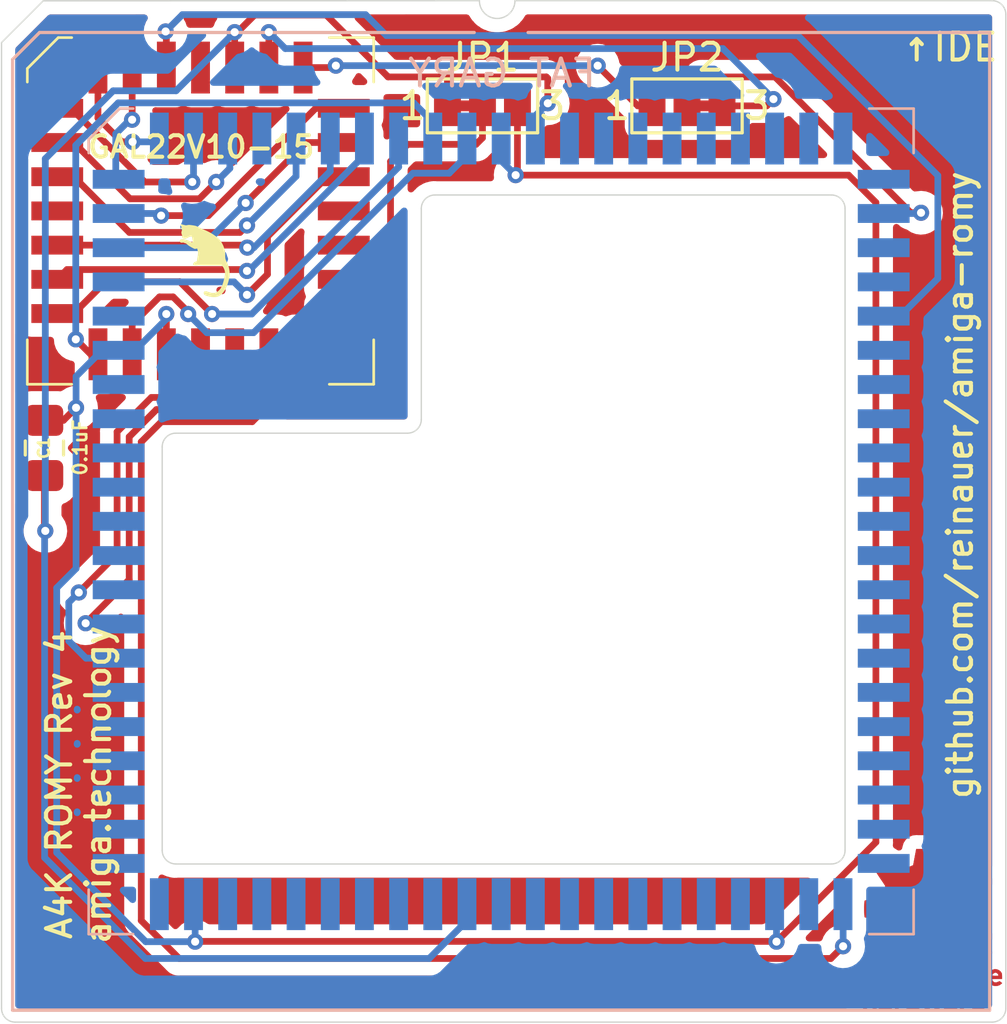
<source format=kicad_pcb>
(kicad_pcb (version 20210228) (generator pcbnew)
  (layers (0 "F.Cu" signal) (31 "B.Cu" signal) (34 "B.Paste" user) (35 "F.Paste" user) (36 "B.SilkS" user "B.Silkscreen") (37 "F.SilkS" user "F.Silkscreen") (38 "B.Mask" user) (39 "F.Mask" user) (44 "Edge.Cuts" user))
  (net 0 "")
  (net 1 "Net-(C1-Pad2)")
  (net 2 "Net-(C1-Pad1)")
  (net 3 "Net-(IC1-Pad25)")
  (net 4 "Net-(IC1-Pad24)")
  (net 5 "Net-(IC1-Pad23)")
  (net 6 "Net-(IC1-Pad22)")
  (net 7 "Net-(IC1-Pad21)")
  (net 8 "Net-(IC1-Pad20)")
  (net 9 "Net-(IC1-Pad19)")
  (net 10 "Net-(IC1-Pad18)")
  (net 11 "Net-(IC1-Pad17)")
  (net 12 "Net-(IC1-Pad16)")
  (net 13 "Net-(IC1-Pad15)")
  (net 14 "Net-(IC1-Pad13)")
  (net 15 "Net-(IC1-Pad12)")
  (net 16 "Net-(IC1-Pad11)")
  (net 17 "Net-(IC1-Pad10)")
  (net 18 "Net-(IC1-Pad9)")
  (net 19 "Net-(IC1-Pad8)")
  (net 20 "Net-(IC1-Pad7)")
  (net 21 "Net-(IC1-Pad6)")
  (net 22 "Net-(IC1-Pad5)")
  (net 23 "Net-(IC1-Pad26)")
  (net 24 "Net-(IC1-Pad27)")
  (net 25 "Net-(IC1-Pad4)")
  (net 26 "Net-(IC1-Pad3)")
  (net 27 "Net-(IC1-Pad2)")
  (net 28 "Net-(IC1-Pad1)")
  (net 29 "Net-(IC2-Pad74)")
  (net 30 "Net-(IC2-Pad73)")
  (net 31 "Net-(IC2-Pad72)")
  (net 32 "Net-(IC2-Pad71)")
  (net 33 "Net-(IC2-Pad69)")
  (net 34 "Net-(IC2-Pad68)")
  (net 35 "Net-(IC2-Pad67)")
  (net 36 "Net-(IC2-Pad66)")
  (net 37 "Net-(IC2-Pad65)")
  (net 38 "Net-(IC2-Pad64)")
  (net 39 "Net-(IC2-Pad63)")
  (net 40 "Net-(IC2-Pad62)")
  (net 41 "Net-(IC2-Pad61)")
  (net 42 "Net-(IC2-Pad60)")
  (net 43 "Net-(IC2-Pad59)")
  (net 44 "Net-(IC2-Pad58)")
  (net 45 "Net-(IC2-Pad57)")
  (net 46 "Net-(IC2-Pad56)")
  (net 47 "Net-(IC2-Pad55)")
  (net 48 "Net-(IC2-Pad54)")
  (net 49 "Net-(IC2-Pad52)")
  (net 50 "Net-(IC2-Pad50)")
  (net 51 "Net-(IC2-Pad49)")
  (net 52 "Net-(IC2-Pad48)")
  (net 53 "Net-(IC2-Pad47)")
  (net 54 "Net-(IC2-Pad46)")
  (net 55 "Net-(IC2-Pad45)")
  (net 56 "Net-(IC2-Pad44)")
  (net 57 "Net-(IC2-Pad43)")
  (net 58 "Net-(IC2-Pad41)")
  (net 59 "Net-(IC2-Pad40)")
  (net 60 "Net-(IC2-Pad39)")
  (net 61 "Net-(IC2-Pad38)")
  (net 62 "Net-(IC2-Pad37)")
  (net 63 "Net-(IC2-Pad36)")
  (net 64 "Net-(IC2-Pad35)")
  (net 65 "Net-(IC2-Pad33)")
  (net 66 "Net-(IC2-Pad32)")
  (net 67 "Net-(IC2-Pad31)")
  (net 68 "Net-(IC2-Pad30)")
  (net 69 "Net-(IC2-Pad29)")
  (net 70 "Net-(IC2-Pad28)")
  (net 71 "Net-(IC2-Pad27)")
  (net 72 "Net-(IC2-Pad24)")
  (net 73 "Net-(IC2-Pad23)")
  (net 74 "Net-(IC2-Pad22)")
  (net 75 "Net-(IC2-Pad21)")
  (net 76 "Net-(IC2-Pad20)")
  (net 77 "Net-(IC2-Pad19)")
  (net 78 "Net-(IC2-Pad18)")
  (net 79 "Net-(IC2-Pad16)")
  (net 80 "Net-(IC2-Pad75)")
  (net 81 "Net-(IC2-Pad76)")
  (net 82 "Net-(IC2-Pad77)")
  (net 83 "Net-(IC2-Pad78)")
  (net 84 "Net-(IC2-Pad79)")
  (net 85 "Net-(IC2-Pad80)")
  (net 86 "Net-(IC2-Pad81)")
  (net 87 "Net-(IC2-Pad82)")
  (net 88 "Net-(IC2-Pad83)")
  (net 89 "Net-(IC2-Pad8)")
  (footprint "Capacitor_SMD:C_0805_2012Metric_Pad1.15x1.40mm_HandSolder" (layer "F.Cu") (at 73.5 67.025 -90)
    (fp_text reference "C1")
    (fp_text value "0.1uF")
  )
  (footprint "PLCC:PLCC-28" (layer "F.Cu") (at 79.3 58.225)
    (fp_text reference "GAL22V10-15")
    (fp_text value "GAL22V10")
  )
  (footprint "Amiga:SolderJumper-3_P1.3mm_Closed_12_Pad1.0x1.5mm_NumberLabels" (layer "F.Cu") (at 89.775 54.325)
    (fp_text reference "JP1")
    (fp_text value "SolderJumper_3_Open")
  )
  (footprint "Amiga:SolderJumper-3_P1.3mm_Closed_23_Pad1.0x1.5mm_NumberLabels" (layer "F.Cu") (at 97.375 54.325)
    (fp_text reference "JP2")
    (fp_text value "SolderJumper_3_Open")
  )
  (footprint "Symbol:OSHW-Logo_5.7x6mm_Copper" (layer "F.Cu") (at 106.2 84.925)
    (fp_text reference "REF**" hide)
    (fp_text value "OSHW-Logo_5.7x6mm_Copper" hide)
  )
  (footprint "amiga-romy:PLCC-84_SMD-Socket_mirrored" (layer "B.Cu") (at 90.47 69.225 180)
    (fp_text reference "FAT GARY")
    (fp_text value "FAT_GARY")
  )
  (gr_poly (pts (xy 78.55964 58.719675) (xy 78.559336 58.720076) (xy 78.55906 58.720525) (xy 78.55881 58.72102) (xy 78.558587 58.721561) (xy 78.558391 58.722147) (xy 78.558222 58.722777) (xy 78.55808 58.72345) (xy 78.557963 58.724166) (xy 78.55781 58.725721) (xy 78.557761 58.727436) (xy 78.557816 58.729303) (xy 78.557973 58.731316) (xy 78.558232 58.733468) (xy 78.558592 58.735752) (xy 78.559052 58.738162) (xy 78.55961 58.740689) (xy 78.560267 58.743329) (xy 78.561021 58.746073) (xy 78.56187 58.748915) (xy 78.562815 58.751848) (xy 78.56394 58.75479) (xy 78.565818 58.759187) (xy 78.568352 58.76483) (xy 78.571441 58.771507) (xy 78.574986 58.779007) (xy 78.578889 58.78712) (xy 78.587369 58.804342) (xy 78.595425 58.820693) (xy 78.601974 58.834186) (xy 78.606299 58.843394) (xy 78.607406 58.845944) (xy 78.607656 58.846627) (xy 78.607689 58.846886) (xy 78.607509 58.846976) (xy 78.607136 58.847083) (xy 78.60658 58.847208) (xy 78.60585 58.847349) (xy 78.603908 58.847675) (xy 78.601391 58.848051) (xy 78.598378 58.848466) (xy 78.594949 58.848911) (xy 78.591182 58.849375) (xy 78.587157 58.84985) (xy 78.582971 58.850341) (xy 78.579142 58.850866) (xy 78.575663 58.851425) (xy 78.572529 58.852023) (xy 78.569733 58.852661) (xy 78.56727 58.853344) (xy 78.565133 58.854072) (xy 78.563318 58.85485) (xy 78.561817 58.855681) (xy 78.560626 58.856566) (xy 78.560145 58.85703) (xy 78.559738 58.857508) (xy 78.559406 58.858002) (xy 78.559147 58.858512) (xy 78.558962 58.859037) (xy 78.558848 58.859578) (xy 78.558806 58.860136) (xy 78.558834 58.860711) (xy 78.558933 58.861302) (xy 78.5591 58.861912) (xy 78.55964 58.863185) (xy 78.560721 58.86483) (xy 78.562416 58.866949) (xy 78.564664 58.869487) (xy 78.567402 58.872386) (xy 78.570572 58.87559) (xy 78.57411 58.879042) (xy 78.58205 58.886468) (xy 78.590735 58.894211) (xy 78.599675 58.901821) (xy 78.604088 58.905434) (xy 78.608382 58.908844) (xy 78.612495 58.911996) (xy 78.616367 58.914831) (xy 78.616383 58.915123) (xy 78.616276 58.915825) (xy 78.615719 58.918374) (xy 78.614745 58.922306) (xy 78.613404 58.927452) (xy 78.609818 58.940698) (xy 78.60536 58.956742) (xy 78.600442 58.974154) (xy 78.595862 58.991111) (xy 78.592114 59.005646) (xy 78.589697 59.015796) (xy 78.588586 59.021611) (xy 78.58815 59.024067) (xy 78.587795 59.026281) (xy 78.58752 59.028299) (xy 78.587327 59.030166) (xy 78.587214 59.031928) (xy 78.587183 59.033629) (xy 78.587234 59.035316) (xy 78.587367 59.037033) (xy 78.587583 59.038826) (xy 78.587881 59.04074) (xy 78.588263 59.04282) (xy 78.588727 59.045111) (xy 78.589909 59.05051) (xy 78.590948 59.05461) (xy 78.592432 59.059936) (xy 78.596444 59.07337) (xy 78.601368 59.089027) (xy 78.60663 59.10512) (xy 78.619542 59.14322) (xy 78.619542 59.176451) (xy 78.619754 59.209683) (xy 78.62822 59.218573) (xy 78.629214 59.219561) (xy 78.630439 59.220689) (xy 78.633512 59.223319) (xy 78.637299 59.226361) (xy 78.641661 59.229712) (xy 78.64646 59.233272) (xy 78.651556 59.236938) (xy 78.656812 59.24061) (xy 78.662087 59.244185) (xy 78.687487 59.261118) (xy 78.715004 59.259637) (xy 78.722258 59.259152) (xy 78.729237 59.258471) (xy 78.736026 59.25756) (xy 78.742712 59.256385) (xy 78.74938 59.254915) (xy 78.756117 59.253114) (xy 78.763009 59.250951) (xy 78.770143 59.248392) (xy 78.777603 59.245403) (xy 78.785478 59.241953) (xy 78.793852 59.238007) (xy 78.802812 59.233532) (xy 78.812444 59.228496) (xy 78.822835 59.222864) (xy 78.846237 59.209683) (xy 78.856875 59.203789) (xy 78.866613 59.198726) (xy 78.871241 59.196468) (xy 78.875761 59.194372) (xy 78.88021 59.192424) (xy 78.884628 59.190607) (xy 78.889053 59.188906) (xy 78.893525 59.187307) (xy 78.898081 59.185794) (xy 78.902762 59.184353) (xy 78.912648 59.181621) (xy 78.923495 59.178992) (xy 78.933794 59.176829) (xy 78.938465 59.175973) (xy 78.942826 59.175267) (xy 78.946886 59.174713) (xy 78.950653 59.174311) (xy 78.954133 59.174061) (xy 78.957335 59.173964) (xy 78.960267 59.174021) (xy 78.962937 59.174233) (xy 78.965351 59.1746) (xy 78.967519 59.175122) (xy 78.969447 59.1758) (xy 78.971143 59.176636) (xy 78.972615 59.177629) (xy 78.973872 59.17878) (xy 78.975779 59.180989) (xy 78.977612 59.18349) (xy 78.979371 59.18628) (xy 78.981055 59.189356) (xy 78.982665 59.192718) (xy 78.9842 59.196364) (xy 78.985661 59.200291) (xy 78.987048 59.204497) (xy 78.98836 59.208982) (xy 78.989598 59.213742) (xy 78.990761 59.218776) (xy 78.99185 59.224083) (xy 78.992865 59.22966) (xy 78.993805 59.235506) (xy 78.994671 59.241618) (xy 78.995462 59.247995) (xy 78.996079 59.25271) (xy 78.99695 59.258453) (xy 78.999272 59.272125) (xy 79.00207 59.287226) (xy 79.004987 59.30197) (xy 79.007841 59.315068) (xy 79.009921 59.325233) (xy 79.010684 59.329404) (xy 79.011267 59.333067) (xy 79.011678 59.336298) (xy 79.011919 59.33917) (xy 79.011997 59.34176) (xy 79.011916 59.344142) (xy 79.011681 59.346391) (xy 79.011297 59.348583) (xy 79.01077 59.350792) (xy 79.010103 59.353093) (xy 79.008374 59.358273) (xy 79.006536 59.363244) (xy 79.004312 59.368711) (xy 79.00187 59.374317) (xy 78.999378 59.379704) (xy 78.997005 59.384517) (xy 78.994919 59.388396) (xy 78.994037 59.389874) (xy 78.993291 59.390986) (xy 78.9927 59.391685) (xy 78.99247 59.391866) (xy 78.992287 59.391928) (xy 78.992075 59.391889) (xy 78.991685 59.391774) (xy 78.990408 59.391333) (xy 78.988536 59.390633) (xy 78.986149 59.389706) (xy 78.983324 59.388579) (xy 78.980142 59.387285) (xy 78.976683 59.385851) (xy 78.973025 59.384308) (xy 78.964224 59.380773) (xy 78.953896 59.37682) (xy 78.943289 59.372908) (xy 78.933655 59.369491) (xy 78.927987 59.367381) (xy 78.921885 59.364828) (xy 78.915271 59.36179) (xy 78.90807 59.35822) (xy 78.900204 59.354075) (xy 78.891596 59.34931) (xy 78.88217 59.343881) (xy 78.871849 59.337741) (xy 78.830574 59.3134) (xy 78.779139 59.3007) (xy 78.74687 59.29286) (xy 78.717841 59.286164) (xy 78.692037 59.280604) (xy 78.669442 59.276173) (xy 78.650043 59.272863) (xy 78.633823 59.270666) (xy 78.620768 59.269576) (xy 78.610863 59.269585) (xy 78.605273 59.270285) (xy 78.599419 59.271562) (xy 78.593366 59.273375) (xy 78.587177 59.27568) (xy 78.580915 59.278436) (xy 78.574646 59.281599) (xy 78.568433 59.285128) (xy 78.562339 59.288979) (xy 78.556429 59.29311) (xy 78.550766 59.29748) (xy 78.545414 59.302045) (xy 78.540438 59.306762) (xy 78.535901 59.31159) (xy 78.531866 59.316486) (xy 78.528399 59.321407) (xy 78.525562 59.326311) (xy 78.524773 59.327942) (xy 78.524074 59.329579) (xy 78.523464 59.331222) (xy 78.522943 59.332872) (xy 78.522512 59.334529) (xy 78.522171 59.336193) (xy 78.52192 59.337865) (xy 78.521758 59.339544) (xy 78.521687 59.341231) (xy 78.521705 59.342926) (xy 78.521814 59.344629) (xy 78.522012 59.34634) (xy 78.522301 59.34806) (xy 78.52268 59.349788) (xy 78.52315 59.351526) (xy 78.52371 59.353273) (xy 78.52436 59.355028) (xy 78.525101 59.356794) (xy 78.525933 59.358569) (xy 78.526856 59.360354) (xy 78.527869 59.362149) (xy 78.528974 59.363954) (xy 78.531455 59.367596) (xy 78.534302 59.371282) (xy 78.537514 59.375013) (xy 78.541091 59.37879) (xy 78.545035 59.382615) (xy 78.549512 59.386698) (xy 78.553716 59.390308) (xy 78.557735 59.393463) (xy 78.559703 59.394876) (xy 78.561658 59.396181) (xy 78.563611 59.397382) (xy 78.565573 59.39848) (xy 78.567556 59.399478) (xy 78.569569 59.400377) (xy 78.571626 59.401181) (xy 78.573736 59.401892) (xy 78.575911 59.402511) (xy 78.578161 59.403041) (xy 78.580498 59.403484) (xy 78.582933 59.403842) (xy 78.585477 59.404119) (xy 78.588142 59.404315) (xy 78.590937 59.404433) (xy 78.593874 59.404476) (xy 78.600221 59.404344) (xy 78.607269 59.403936) (xy 78.615108 59.403271) (xy 78.623826 59.402367) (xy 78.633512 59.401241) (xy 78.644828 59.400051) (xy 78.649699 59.399645) (xy 78.65411 59.399376) (xy 78.658109 59.399251) (xy 78.661745 59.399277) (xy 78.665065 59.399462) (xy 78.668119 59.399813) (xy 78.670955 59.400337) (xy 78.673621 59.401043) (xy 78.676165 59.401937) (xy 78.678637 59.403027) (xy 78.681083 59.404321) (xy 78.683553 59.405825) (xy 78.686095 59.407548) (xy 78.688757 59.409496) (xy 78.690083 59.410522) (xy 78.69137 59.411458) (xy 78.692629 59.412311) (xy 78.69387 59.413085) (xy 78.695103 59.413786) (xy 78.69634 59.414419) (xy 78.69759 59.414989) (xy 78.698864 59.415503) (xy 78.700173 59.415964) (xy 78.701527 59.416378) (xy 78.702937 59.41675) (xy 78.704414 59.417087) (xy 78.705967 59.417392) (xy 78.707608 59.417672) (xy 78.709346 59.417931) (xy 78.711194 59.418175) (xy 78.715307 59.418735) (xy 78.719467 59.41946) (xy 78.723665 59.420349) (xy 78.727892 59.421396) (xy 78.73214 59.4226) (xy 78.736401 59.423957) (xy 78.740667 59.425464) (xy 78.744928 59.427118) (xy 78.749177 59.428916) (xy 78.753405 59.430854) (xy 78.757604 59.43293) (xy 78.761765 59.435141) (xy 78.765881 59.437484) (xy 78.769942 59.439954) (xy 78.773941 59.44255) (xy 78.777869 59.445268) (xy 78.780404 59.447203) (xy 78.783782 59.449908) (xy 78.787855 59.453264) (xy 78.792474 59.457148) (xy 78.797489 59.461439) (xy 78.802753 59.466015) (xy 78.808115 59.470755) (xy 78.813429 59.475536) (xy 78.819003 59.480513) (xy 78.824968 59.485663) (xy 78.831135 59.490843) (xy 78.83732 59.495909) (xy 78.843337 59.500717) (xy 78.848998 59.505123) (xy 78.854119 59.508984) (xy 78.858514 59.512155) (xy 78.883593 59.528617) (xy 78.913973 59.547172) (xy 78.947375 59.566581) (xy 78.981518 59.585603) (xy 79.014124 59.602998) (xy 79.042912 59.617525) (xy 79.065602 59.627945) (xy 79.073949 59.631227) (xy 79.079917 59.633016) (xy 79.082322 59.633433) (xy 79.085013 59.633732) (xy 79.087986 59.633914) (xy 79.091238 59.633979) (xy 79.094766 59.633929) (xy 79.098569 59.633764) (xy 79.102642 59.633486) (xy 79.106984 59.633096) (xy 79.111591 59.632594) (xy 79.11646 59.631981) (xy 79.126976 59.630427) (xy 79.138509 59.628441) (xy 79.151037 59.626031) (xy 79.156168 59.624982) (xy 79.161012 59.624067) (xy 79.165458 59.6233) (xy 79.169399 59.622698) (xy 79.172724 59.622274) (xy 79.175326 59.622043) (xy 79.177093 59.622021) (xy 79.177631 59.622092) (xy 79.177919 59.622222) (xy 79.179319 59.626789) (xy 79.182135 59.638166) (xy 79.19038 59.674053) (xy 79.19938 59.715299) (xy 79.203139 59.733372) (xy 79.205858 59.747316) (xy 79.206551 59.751203) (xy 79.207191 59.755466) (xy 79.207767 59.759967) (xy 79.208266 59.764567) (xy 79.208676 59.769128) (xy 79.208984 59.77351) (xy 79.209178 59.777575) (xy 79.209245 59.781183) (xy 79.208928 59.791647) (xy 79.208015 59.804771) (xy 79.206566 59.820057) (xy 79.204641 59.83701) (xy 79.2023 59.855134) (xy 79.199601 59.873933) (xy 79.196605 59.89291) (xy 79.19337 59.91157) (xy 79.182999 59.969778) (xy 79.179883 59.988273) (xy 79.176807 60.008196) (xy 79.174128 60.027166) (xy 79.172203 60.042803) (xy 79.170091 60.061355) (xy 79.16909 60.068899) (xy 79.168046 60.075406) (xy 79.166902 60.080964) (xy 79.165599 60.085658) (xy 79.16487 60.087709) (xy 79.164079 60.089578) (xy 79.163218 60.091274) (xy 79.162282 60.092809) (xy 79.161261 60.094195) (xy 79.16015 60.095441) (xy 79.15894 60.096559) (xy 79.157625 60.097559) (xy 79.156196 60.098454) (xy 79.154647 60.099253) (xy 79.152971 60.099967) (xy 79.151159 60.100608) (xy 79.147102 60.101713) (xy 79.142417 60.102654) (xy 79.130928 60.104398) (xy 79.125101 60.105262) (xy 79.119658 60.106198) (xy 79.114563 60.107225) (xy 79.109778 60.10836) (xy 79.105268 60.109622) (xy 79.100995 60.111028) (xy 79.096923 60.112597) (xy 79.093014 60.114346) (xy 79.089231 60.116294) (xy 79.085538 60.118458) (xy 79.081898 60.120857) (xy 79.078273 60.123508) (xy 79.074628 60.126429) (xy 79.070924 60.129639) (xy 79.067125 60.133155) (xy 79.063195 60.136995) (xy 79.058156 60.142143) (xy 79.053444 60.147336) (xy 79.049069 60.152552) (xy 79.045038 60.157771) (xy 79.041362 60.162973) (xy 79.038051 60.168137) (xy 79.035112 60.173243) (xy 79.032556 60.17827) (xy 79.030393 60.183198) (xy 79.02863 60.188006) (xy 79.027278 60.192674) (xy 79.026345 60.197181) (xy 79.025842 60.201507) (xy 79.025777 60.205632) (xy 79.025912 60.207612) (xy 79.02616 60.209535) (xy 79.026523 60.211396) (xy 79.027 60.213195) (xy 79.027763 60.215418) (xy 79.028696 60.217637) (xy 79.029793 60.219843) (xy 79.031045 60.222025) (xy 79.032445 60.224176) (xy 79.033984 60.226284) (xy 79.035655 60.228342) (xy 79.037451 60.23034) (xy 79.039364 60.232268) (xy 79.041385 60.234118) (xy 79.043507 60.235879) (xy 79.045723 60.237543) (xy 79.048024 60.2391) (xy 79.050403 60.240542) (xy 79.052852 60.241858) (xy 79.055364 60.24304) (xy 79.057263 60.243899) (xy 79.059048 60.244655) (xy 79.060803 60.245315) (xy 79.061696 60.24561) (xy 79.062613 60.245884) (xy 79.063565 60.246137) (xy 79.064562 60.246369) (xy 79.065615 60.246581) (xy 79.066734 60.246775) (xy 79.06793 60.246951) (xy 79.069214 60.24711) (xy 79.070595 60.247252) (xy 79.072085 60.247379) (xy 79.075433 60.247588) (xy 79.079341 60.247744) (xy 79.083895 60.247853) (xy 79.089177 60.247921) (xy 79.095273 60.247955) (xy 79.102268 60.247959) (xy 79.119287 60.247908) (xy 79.133946 60.247856) (xy 79.146747 60.247687) (xy 79.158075 60.247383) (xy 79.168314 60.246929) (xy 79.177849 60.246306) (xy 79.187063 60.245497) (xy 79.196342 60.244485) (xy 79.20607 60.243252) (xy 79.239937 60.238595) (xy 79.283329 60.243252) (xy 79.298457 60.24473) (xy 79.306307 60.245339) (xy 79.315098 60.245871) (xy 79.325396 60.246333) (xy 79.337762 60.246734) (xy 79.352762 60.24708) (xy 79.370958 60.247379) (xy 79.419196 60.247865) (xy 79.486985 60.248252) (xy 79.699253 60.248966) (xy 80.071787 60.250236) (xy 80.084064 60.256163) (xy 80.088593 60.258575) (xy 80.093129 60.261358) (xy 80.097666 60.264503) (xy 80.102198 60.267999) (xy 80.106719 60.271836) (xy 80.111224 60.276003) (xy 80.115706 60.28049) (xy 80.120159 60.285287) (xy 80.128958 60.29577) (xy 80.137575 60.307368) (xy 80.145961 60.319999) (xy 80.154072 60.33358) (xy 80.161861 60.34803) (xy 80.16928 60.363266) (xy 80.176284 60.379204) (xy 80.182826 60.395764) (xy 80.188859 60.412862) (xy 80.194338 60.430415) (xy 80.199215 60.448342) (xy 80.203444 60.46656) (xy 80.205264 60.476078) (xy 80.206756 60.485921) (xy 80.207918 60.496121) (xy 80.208748 60.50671) (xy 80.209247 60.517722) (xy 80.209412 60.529187) (xy 80.209241 60.541138) (xy 80.208735 60.553608) (xy 80.207892 60.566628) (xy 80.20671 60.580231) (xy 80.205188 60.59445) (xy 80.203325 60.609316) (xy 80.201119 60.624861) (xy 80.19857 60.641119) (xy 80.192437 60.675898) (xy 80.18289 60.722945) (xy 80.171664 60.771724) (xy 80.159163 60.820849) (xy 80.145791 60.868938) (xy 80.131953 60.914606) (xy 80.118053 60.956469) (xy 80.104495 60.993143) (xy 80.091683 61.023243) (xy 80.081159 61.044379) (xy 80.069573 61.065101) (xy 80.057016 61.08532) (xy 80.043582 61.104943) (xy 80.029365 61.123881) (xy 80.014457 61.142041) (xy 79.998951 61.159335) (xy 79.98294 61.17567) (xy 79.966517 61.190955) (xy 79.949776 61.205101) (xy 79.932809 61.218015) (xy 79.915709 61.229608) (xy 79.89857 61.239788) (xy 79.881484 61.248465) (xy 79.864544 61.255548) (xy 79.847844 61.260945) (xy 79.837704 61.263485) (xy 79.827229 61.26563) (xy 79.816451 61.26738) (xy 79.805401 61.268737) (xy 79.794112 61.269702) (xy 79.782616 61.270276) (xy 79.770944 61.270461) (xy 79.759129 61.270258) (xy 79.747202 61.269668) (xy 79.735195 61.268692) (xy 79.723141 61.267332) (xy 79.711071 61.265588) (xy 79.699016 61.263463) (xy 79.68701 61.260956) (xy 79.675084 61.258071) (xy 79.66327 61.254807) (xy 79.652121 61.25138) (xy 79.63742 61.246604) (xy 79.621092 61.241114) (xy 79.605062 61.235545) (xy 79.576558 61.225563) (xy 79.553081 61.217722) (xy 79.533866 61.21184) (xy 79.525617 61.209578) (xy 79.518146 61.207737) (xy 79.511357 61.206296) (xy 79.505155 61.205231) (xy 79.499443 61.204521) (xy 79.494125 61.204142) (xy 79.489107 61.204072) (xy 79.484292 61.204288) (xy 79.479583 61.204768) (xy 79.474887 61.205488) (xy 79.47165 61.206132) (xy 79.468598 61.206797) (xy 79.465717 61.207491) (xy 79.462994 61.20822) (xy 79.460414 61.208991) (xy 79.457965 61.209812) (xy 79.455632 61.210688) (xy 79.453403 61.211627) (xy 79.451262 61.212635) (xy 79.449197 61.213719) (xy 79.447195 61.214887) (xy 79.44524 61.216144) (xy 79.443321 61.217498) (xy 79.441422 61.218956) (xy 79.439531 61.220524) (xy 79.437633 61.22221) (xy 79.435452 61.22424) (xy 79.43343 61.22629) (xy 79.431563 61.228367) (xy 79.429845 61.230481) (xy 79.428272 61.232641) (xy 79.42684 61.234856) (xy 79.425543 61.237135) (xy 79.424378 61.239487) (xy 79.423339 61.241921) (xy 79.422422 61.244445) (xy 79.421622 61.247069) (xy 79.420935 61.249803) (xy 79.420356 61.252653) (xy 79.41988 61.255631) (xy 79.419502 61.258745) (xy 79.419218 61.262003) (xy 79.419022 61.266925) (xy 79.419066 61.271842) (xy 79.419346 61.276743) (xy 79.41986 61.281619) (xy 79.420605 61.286458) (xy 79.421577 61.291252) (xy 79.422774 61.295989) (xy 79.424193 61.300659) (xy 79.425829 61.305252) (xy 79.427681 61.309758) (xy 79.429745 61.314167) (xy 79.432018 61.318469) (xy 79.434496 61.322652) (xy 79.437178 61.326707) (xy 79.440059 61.330625) (xy 79.443137 61.334393) (xy 79.445909 61.337301) (xy 79.449289 61.340265) (xy 79.45779 61.346337) (xy 79.468466 61.352553) (xy 79.481144 61.35886) (xy 79.495654 61.365205) (xy 79.511821 61.371533) (xy 79.529474 61.377791) (xy 79.548441 61.383923) (xy 79.568549 61.389877) (xy 79.589625 61.395599) (xy 79.611498 61.401034) (xy 79.633994 61.406128) (xy 79.656942 61.410829) (xy 79.680169 61.41508) (xy 79.703502 61.41883) (xy 79.72677 61.422023) (xy 79.739974 61.423204) (xy 79.757591 61.424047) (xy 79.77806 61.424553) (xy 79.799822 61.424722) (xy 79.821315 61.424553) (xy 79.840981 61.424047) (xy 79.857258 61.423204) (xy 79.868587 61.422023) (xy 79.88636 61.418906) (xy 79.90352 61.41525) (xy 79.920117 61.41103) (xy 79.936201 61.406218) (xy 79.951824 61.400787) (xy 79.967037 61.39471) (xy 79.98189 61.38796) (xy 79.996434 61.38051) (xy 80.01072 61.372334) (xy 80.024799 61.363404) (xy 80.038721 61.353693) (xy 80.052538 61.343174) (xy 80.066301 61.331821) (xy 80.08006 61.319606) (xy 80.093866 61.306502) (xy 80.10777 61.292483) (xy 80.122894 61.276121) (xy 80.137778 61.258718) (xy 80.152409 61.240298) (xy 80.166776 61.22088) (xy 80.180866 61.200488) (xy 80.194667 61.179143) (xy 80.208168 61.156867) (xy 80.221356 61.13368) (xy 80.234219 61.109606) (xy 80.246745 61.084665) (xy 80.258921 61.05888) (xy 80.270737 61.032272) (xy 80.282179 61.004863) (xy 80.293236 60.976674) (xy 80.303895 60.947727) (xy 80.314145 60.918045) (xy 80.325771 60.882028) (xy 80.336231 60.846723) (xy 80.34557 60.811949) (xy 80.353833 60.777525) (xy 80.361063 60.743269) (xy 80.367307 60.709001) (xy 80.372607 60.674539) (xy 80.37701 60.639703) (xy 80.378497 60.621822) (xy 80.379616 60.599639) (xy 80.380359 60.574628) (xy 80.380714 60.548263) (xy 80.380673 60.522017) (xy 80.380225 60.497364) (xy 80.37936 60.475776) (xy 80.378068 60.458728) (xy 80.37554 60.43771) (xy 80.372548 60.416924) (xy 80.369074 60.396317) (xy 80.365101 60.375834) (xy 80.36061 60.355421) (xy 80.355584 60.335022) (xy 80.350006 60.314584) (xy 80.343858 60.294052) (xy 80.337122 60.27337) (xy 80.32978 60.252485) (xy 80.321815 60.231343) (xy 80.313209 60.209888) (xy 80.303945 60.188065) (xy 80.294004 60.165821) (xy 80.272024 60.11985) (xy 80.26348 60.102498) (xy 80.255835 60.086328) (xy 80.24904 60.071111) (xy 80.243045 60.056621) (xy 80.237802 60.042629) (xy 80.233261 60.028908) (xy 80.229374 60.015231) (xy 80.226092 60.001369) (xy 80.223365 59.987096) (xy 80.221145 59.972183) (xy 80.219383 59.956404) (xy 80.218029 59.93953) (xy 80.217035 59.921334) (xy 80.216351 59.901588) (xy 80.21572 59.856537) (xy 80.21533 59.811389) (xy 80.214998 59.795588) (xy 80.214503 59.78285) (xy 80.21379 59.772087) (xy 80.212803 59.762209) (xy 80.211489 59.752128) (xy 80.209793 59.740755) (xy 80.203591 59.705398) (xy 80.196112 59.67048) (xy 80.187379 59.636045) (xy 80.177415 59.60214) (xy 80.166243 59.56881) (xy 80.153886 59.536101) (xy 80.140367 59.50406) (xy 80.125709 59.472732) (xy 80.109935 59.442163) (xy 80.093067 59.412399) (xy 80.075129 59.383485) (xy 80.056143 59.355469) (xy 80.036134 59.328394) (xy 80.015122 59.302309) (xy 79.993132 59.277258) (xy 79.970187 59.253287) (xy 79.95523 59.238822) (xy 79.939068 59.224042) (xy 79.921779 59.209002) (xy 79.903442 59.193759) (xy 79.884137 59.178367) (xy 79.863942 59.162885) (xy 79.842937 59.147367) (xy 79.8212 59.131869) (xy 79.798811 59.116449) (xy 79.775848 59.101161) (xy 79.752392 59.086063) (xy 79.72852 59.07121) (xy 79.704312 59.056659) (xy 79.679847 59.042464) (xy 79.655204 59.028684) (xy 79.630462 59.015373) (xy 79.606391 59.0028) (xy 79.582635 58.99083) (xy 79.558775 58.979271) (xy 79.534392 58.967933) (xy 79.509066 58.956625) (xy 79.482378 58.945156) (xy 79.453909 58.933335) (xy 79.42324 58.92097) (xy 79.401852 58.912057) (xy 79.38088 58.902846) (xy 79.371301 58.898457) (xy 79.362727 58.894389) (xy 79.355457 58.890772) (xy 79.349792 58.887738) (xy 79.325523 58.874704) (xy 79.294669 58.858991) (xy 79.22393 58.824609) (xy 79.189407 58.808479) (xy 79.159024 58.79475) (xy 79.135462 58.784693) (xy 79.121403 58.779576) (xy 79.101508 58.774994) (xy 79.074238 58.769747) (xy 79.042022 58.764203) (xy 79.007289 58.758727) (xy 78.972466 58.753689) (xy 78.939982 58.749454) (xy 78.912266 58.746389) (xy 78.891745 58.744863) (xy 78.880838 58.744533) (xy 78.870645 58.744526) (xy 78.865661 58.744657) (xy 78.86067 58.744885) (xy 78.855609 58.745217) (xy 78.850417 58.745657) (xy 78.839391 58.746885) (xy 78.827094 58.748614) (xy 78.813032 58.750888) (xy 78.796707 58.753753) (xy 78.790732 58.754831) (xy 78.784668 58.75583) (xy 78.778684 58.75673) (xy 78.772947 58.75751) (xy 78.767627 58.758152) (xy 78.762893 58.758635) (xy 78.758913 58.758939) (xy 78.755855 58.759045) (xy 78.754005 58.758972) (xy 78.7517 58.758754) (xy 78.748925 58.758386) (xy 78.745669 58.757867) (xy 78.737653 58.756366) (xy 78.727545 58.754229) (xy 78.715233 58.751438) (xy 78.70061 58.747972) (xy 78.683566 58.743811) (xy 78.663992 58.738936) (xy 78.610956 58.725717) (xy 78.593209 58.721587) (xy 78.580225 58.718908) (xy 78.571189 58.717528) (xy 78.567898 58.717278) (xy 78.565289 58.717297) (xy 78.56326 58.717565) (xy 78.561711 58.718063) (xy 78.560538 58.718773) (xy 78.55964 58.719675)) (layer "F.SilkS") (width 0.000211) (fill solid))
  (gr_poly (pts (xy 79.39022 59.884477) (xy 79.390776 59.887088) (xy 79.391563 59.890063) (xy 79.392567 59.89337) (xy 79.393776 59.896981) (xy 79.396757 59.904996) (xy 79.400407 59.913872) (xy 79.404621 59.923372) (xy 79.4093 59.933262) (xy 79.414341 59.943306) (xy 79.419642 59.953268) (xy 79.42451 59.961896) (xy 79.429815 59.970896) (xy 79.435656 59.980422) (xy 79.442131 59.990627) (xy 79.449341 60.001666) (xy 79.457385 60.013692) (xy 79.466361 60.02686) (xy 79.476369 60.041321) (xy 79.478663 60.044716) (xy 79.480707 60.04792) (xy 79.482501 60.050939) (xy 79.484048 60.053783) (xy 79.485349 60.056459) (xy 79.486407 60.058972) (xy 79.487223 60.061333) (xy 79.487799 60.063546) (xy 79.488136 60.065621) (xy 79.488238 60.067565) (xy 79.4882 60.06849) (xy 79.488105 60.069384) (xy 79.487951 60.07025) (xy 79.487739 60.071087) (xy 79.48747 60.071897) (xy 79.487143 60.072681) (xy 79.486759 60.073439) (xy 79.486318 60.074173) (xy 79.48582 60.074883) (xy 79.485266 60.075571) (xy 79.483989 60.076881) (xy 79.483379 60.077406) (xy 79.482512 60.078022) (xy 79.481406 60.078723) (xy 79.480076 60.079501) (xy 79.478539 60.080348) (xy 79.476811 60.081257) (xy 79.47285 60.083231) (xy 79.468322 60.085365) (xy 79.463361 60.087597) (xy 79.458097 60.089869) (xy 79.452662 60.092122) (xy 79.440544 60.097) (xy 79.427156 60.102573) (xy 79.40292 60.112865) (xy 79.379637 60.123237) (xy 79.354237 60.123448) (xy 79.348165 60.123577) (xy 79.342651 60.123802) (xy 79.337698 60.124122) (xy 79.333308 60.124533) (xy 79.329484 60.125034) (xy 79.326227 60.125621) (xy 79.323541 60.126293) (xy 79.322413 60.12666) (xy 79.321429 60.127046) (xy 79.319511 60.12781) (xy 79.317577 60.128512) (xy 79.315641 60.129151) (xy 79.313716 60.129725) (xy 79.311816 60.130232) (xy 79.309954 60.13067) (xy 79.308144 60.131038) (xy 79.3064 60.131333) (xy 79.304736 60.131553) (xy 79.303164 60.131697) (xy 79.301699 60.131763) (xy 79.300354 60.131749) (xy 79.299144 60.131654) (xy 79.298081 60.131474) (xy 79.297179 60.131209) (xy 79.296452 60.130856) (xy 79.29615 60.130528) (xy 79.295958 60.129983) (xy 79.295873 60.129227) (xy 79.295894 60.128265) (xy 79.296244 60.125745) (xy 79.296991 60.122466) (xy 79.298119 60.118471) (xy 79.299611 60.113805) (xy 79.301451 60.108508) (xy 79.303622 60.102625) (xy 79.306108 60.0962) (xy 79.308893 60.089274) (xy 79.315293 60.074093) (xy 79.322691 60.05743) (xy 79.330954 60.039628) (xy 79.334686 60.031684) (xy 79.338507 60.023264) (xy 79.342309 60.014625) (xy 79.345982 60.006026) (xy 79.349416 59.997725) (xy 79.352504 59.989979) (xy 79.355135 59.983047) (xy 79.3572 59.977186) (xy 79.361066 59.964985) (xy 79.365462 59.950421) (xy 79.374557 59.918793) (xy 79.381906 59.891491) (xy 79.384119 59.882334) (xy 79.384929 59.877703) (xy 79.384939 59.87716) (xy 79.384972 59.876679) (xy 79.385024 59.87626) (xy 79.385095 59.875902) (xy 79.385184 59.875602) (xy 79.38529 59.87536) (xy 79.385411 59.875173) (xy 79.385547 59.875041) (xy 79.38562 59.874995) (xy 79.385696 59.874962) (xy 79.385775 59.874941) (xy 79.385857 59.874934) (xy 79.38603 59.874957) (xy 79.386212 59.875028) (xy 79.386403 59.875147) (xy 79.386602 59.875311) (xy 79.386808 59.87552) (xy 79.387019 59.875772) (xy 79.387234 59.876065) (xy 79.387453 59.876399) (xy 79.387673 59.876771) (xy 79.387895 59.87718) (xy 79.388116 59.877625) (xy 79.388336 59.878105) (xy 79.388554 59.878618) (xy 79.388768 59.879162) (xy 79.388978 59.879736) (xy 79.389182 59.880339) (xy 79.389379 59.880969) (xy 79.389567 59.881624) (xy 79.389747 59.882304) (xy 79.389917 59.883007) (xy 79.390075 59.883732) (xy 79.39022 59.884477)) (layer "F.SilkS") (width 0.000211) (fill solid))
  (gr_line (start 72.4154 88.3412) (end 108.712 88.3412) (layer "Edge.Cuts") (width 0.05))
  (gr_line (start 87.503 65.96741) (end 87.503 58.1406) (layer "Edge.Cuts") (width 0.05))
  (gr_arc (start 78.3844 81.96219) (end 77.8764 81.96219) (angle -90) (layer "Edge.Cuts") (width 0.05))
  (gr_arc (start 102.73939 58.1406) (end 103.24739 58.1406) (angle -90) (layer "Edge.Cuts") (width 0.05))
  (gr_line (start 71.9074 51.975) (end 71.9074 87.8332) (layer "Edge.Cuts") (width 0.05))
  (gr_line (start 103.24739 81.96219) (end 103.24739 58.1406) (layer "Edge.Cuts") (width 0.05))
  (gr_arc (start 108.712 50.927) (end 109.22 50.927) (angle -90) (layer "Edge.Cuts") (width 0.05))
  (gr_line (start 90.9828 50.419) (end 108.712 50.419) (layer "Edge.Cuts") (width 0.05))
  (gr_arc (start 102.73939 81.96219) (end 102.73939 82.47019) (angle -90) (layer "Edge.Cuts") (width 0.05))
  (gr_line (start 78.3844 66.47541) (end 86.995 66.47541) (layer "Edge.Cuts") (width 0.05))
  (gr_arc (start 90.3224 50.419) (end 90.9828 50.419) (angle 180) (layer "Edge.Cuts") (width 0.05))
  (gr_line (start 78.3844 82.47019) (end 102.73939 82.47019) (layer "Edge.Cuts") (width 0.05))
  (gr_line (start 71.9074 51.975) (end 73.4574 50.425) (layer "Edge.Cuts") (width 0.05))
  (gr_arc (start 72.4154 87.8332) (end 71.9074 87.8332) (angle -90) (layer "Edge.Cuts") (width 0.05))
  (gr_line (start 102.73939 57.6326) (end 88.011 57.6326) (layer "Edge.Cuts") (width 0.05))
  (gr_line (start 73.4574 50.425) (end 89.662 50.419) (layer "Edge.Cuts") (width 0.05))
  (gr_line (start 77.8764 66.98341) (end 77.8764 81.96219) (layer "Edge.Cuts") (width 0.05))
  (gr_arc (start 86.995 65.96741) (end 86.995 66.47541) (angle -90) (layer "Edge.Cuts") (width 0.05))
  (gr_arc (start 88.011 58.1406) (end 88.011 57.6326) (angle -90) (layer "Edge.Cuts") (width 0.05))
  (gr_arc (start 108.712 87.8332) (end 108.712 88.3412) (angle -90) (layer "Edge.Cuts") (width 0.05))
  (gr_line (start 109.22 50.927) (end 109.22 87.8332) (layer "Edge.Cuts") (width 0.05))
  (gr_arc (start 78.3844 66.98341) (end 78.3844 66.47541) (angle -90) (layer "Edge.Cuts") (width 0.05))
  (gr_text "↑IDE" (at 107.1 52.15) (layer "F.SilkS") (effects (font (size 1 1))))
  (gr_text "github.com/reinauer/amiga-romy" (at 107.5182 68.4022 90) (layer "F.SilkS") (effects (font (size 0.9 0.9))))
  (gr_text "A4K ROMY Rev 4\namiga.technology" (at 74.775 79.525 90) (layer "F.SilkS") (effects (font (size 0.9 0.9))))
  (segment (start 83.9724 50.9524) (end 81.3076 50.9524) (width 0.25) (layer "F.Cu") (net 1))
  (segment (start 86.270489 53.250489) (end 86.233 53.213) (width 0.25) (layer "F.Cu") (net 1))
  (segment (start 86.270489 53.250489) (end 83.9724 50.9524) (width 0.25) (layer "F.Cu") (net 1))
  (segment (start 81.3076 50.9524) (end 80.57 51.69) (width 0.25) (layer "F.Cu") (net 1))
  (segment (start 92.202 53.30288) (end 92.149609 53.250489) (width 0.25) (layer "F.Cu") (net 1))
  (segment (start 73.5 68.05) (end 73.5 70.071) (width 0.25) (layer "F.Cu") (net 1))
  (segment (start 73.5 70.071) (end 73.533 70.104) (width 0.25) (layer "F.Cu") (net 1))
  (segment (start 92.202 54.228522) (end 92.202 53.30288) (width 0.25) (layer "F.Cu") (net 1))
  (segment (start 88.475 54.325) (end 88.475 53.325) (width 0.25) (layer "F.Cu") (net 1))
  (segment (start 80.57 51.69) (end 80.57 52.9025) (width 0.25) (layer "F.Cu") (net 1))
  (segment (start 92.149609 53.250489) (end 86.270489 53.250489) (width 0.25) (layer "F.Cu") (net 1))
  (via (at 92.202 54.228522) (size 0.6) (drill 0.3) (layers "F.Cu" "B.Cu") (net 1))
  (via (at 73.533 70.104) (size 0.6) (drill 0.3) (layers "F.Cu" "B.Cu") (net 1))
  (via (at 80.5688 51.5874) (size 0.6) (drill 0.3) (layers "F.Cu" "B.Cu") (net 1))
  (segment (start 91.74 54.690522) (end 92.202 54.228522) (width 0.25) (layer "B.Cu") (net 1))
  (segment (start 73.5076 82.234012) (end 73.5076 70.1294) (width 0.25) (layer "B.Cu") (net 1))
  (segment (start 91.74 55.5375) (end 91.74 54.690522) (width 0.25) (layer "B.Cu") (net 1))
  (segment (start 87.796 85.979) (end 77.252588 85.979) (width 0.25) (layer "B.Cu") (net 1))
  (segment (start 73.533 70.104) (end 73.533 56.2864) (width 0.25) (layer "B.Cu") (net 1))
  (segment (start 89.2 84.575) (end 87.796 85.979) (width 0.25) (layer "B.Cu") (net 1))
  (segment (start 73.5076 70.1294) (end 73.533 70.104) (width 0.25) (layer "B.Cu") (net 1))
  (segment (start 78.391611 53.764589) (end 80.5688 51.5874) (width 0.25) (layer "B.Cu") (net 1))
  (segment (start 77.252588 85.979) (end 73.5076 82.234012) (width 0.25) (layer "B.Cu") (net 1))
  (segment (start 73.533 56.2864) (end 76.054811 53.764589) (width 0.25) (layer "B.Cu") (net 1))
  (segment (start 76.054811 53.764589) (end 78.391611 53.764589) (width 0.25) (layer "B.Cu") (net 1))
  (segment (start 89.2 83.9625) (end 89.2 84.575) (width 0.25) (layer "B.Cu") (net 1))
  (segment (start 103.378 56.896) (end 91.0082 56.896) (width 0.25) (layer "F.Cu") (net 2))
  (segment (start 78.03 62.0534) (end 78.0288 62.0522) (width 0.25) (layer "F.Cu") (net 2))
  (segment (start 79.1105 85.344) (end 79.1 85.3545) (width 0.25) (layer "F.Cu") (net 2))
  (segment (start 100.7 85.3545) (end 104.394 81.6605) (width 0.25) (layer "F.Cu") (net 2))
  (segment (start 91.075 54.325) (end 91.075 56.8292) (width 0.25) (layer "F.Cu") (net 2))
  (segment (start 91.075 56.8292) (end 91.0082 56.896) (width 0.25) (layer "F.Cu") (net 2))
  (segment (start 73.5 66) (end 74.208 66) (width 0.25) (layer "F.Cu") (net 2))
  (segment (start 104.394 81.6605) (end 104.394 57.912) (width 0.25) (layer "F.Cu") (net 2))
  (segment (start 100.7 85.3545) (end 100.6895 85.344) (width 0.25) (layer "F.Cu") (net 2))
  (segment (start 104.394 57.912) (end 103.378 56.896) (width 0.25) (layer "F.Cu") (net 2))
  (segment (start 74.208 66) (end 74.676 65.532) (width 0.25) (layer "F.Cu") (net 2))
  (segment (start 100.6895 85.344) (end 79.1105 85.344) (width 0.25) (layer "F.Cu") (net 2))
  (segment (start 78.03 63.5475) (end 78.03 62.0534) (width 0.25) (layer "F.Cu") (net 2))
  (via (at 78.0288 62.0522) (size 0.6) (drill 0.3) (layers "F.Cu" "B.Cu") (net 2))
  (via (at 79.1 85.3545) (size 0.6) (drill 0.3) (layers "F.Cu" "B.Cu") (net 2))
  (via (at 91.0082 56.896) (size 0.6) (drill 0.3) (layers "F.Cu" "B.Cu") (net 2))
  (via (at 74.676 65.532) (size 0.6) (drill 0.3) (layers "F.Cu" "B.Cu") (net 2))
  (via (at 100.7 85.3545) (size 0.6) (drill 0.3) (layers "F.Cu" "B.Cu") (net 2))
  (segment (start 76.2575 63.4) (end 76.87 63.4) (width 0.25) (layer "B.Cu") (net 2))
  (segment (start 79.12 83.7625) (end 79.1 83.7825) (width 0.25) (layer "B.Cu") (net 2))
  (segment (start 79.1 83.7825) (end 79.1 85.3545) (width 0.25) (layer "B.Cu") (net 2))
  (segment (start 74.676 71.501) (end 74.676 65.532) (width 0.25) (layer "B.Cu") (net 2))
  (segment (start 73.957111 82.047113) (end 73.957111 72.219889) (width 0.25) (layer "B.Cu") (net 2))
  (segment (start 79.1 85.3545) (end 77.264498 85.3545) (width 0.25) (layer "B.Cu") (net 2))
  (segment (start 100.71 83.7625) (end 100.7 83.7725) (width 0.25) (layer "B.Cu") (net 2))
  (segment (start 73.957111 72.219889) (end 74.676 71.501) (width 0.25) (layer "B.Cu") (net 2))
  (segment (start 90.55 56.4378) (end 91.0082 56.896) (width 0.25) (layer "B.Cu") (net 2))
  (segment (start 75.645 63.4) (end 74.676 64.369) (width 0.25) (layer "B.Cu") (net 2))
  (segment (start 78.0288 62.2412) (end 78.0288 62.0522) (width 0.25) (layer "B.Cu") (net 2))
  (segment (start 90.55 54.725) (end 90.55 56.4378) (width 0.25) (layer "B.Cu") (net 2))
  (segment (start 100.7 83.7725) (end 100.7 85.3545) (width 0.25) (layer "B.Cu") (net 2))
  (segment (start 76.2575 63.4) (end 75.645 63.4) (width 0.25) (layer "B.Cu") (net 2))
  (segment (start 76.87 63.4) (end 78.0288 62.2412) (width 0.25) (layer "B.Cu") (net 2))
  (segment (start 77.264498 85.3545) (end 73.957111 82.047113) (width 0.25) (layer "B.Cu") (net 2))
  (segment (start 74.676 64.369) (end 74.676 65.532) (width 0.25) (layer "B.Cu") (net 2))
  (segment (start 79.593792 58.399001) (end 77.835947 58.399001) (width 0.25) (layer "F.Cu") (net 3))
  (segment (start 84.01 54.415) (end 84.6225 54.415) (width 0.25) (layer "F.Cu") (net 3))
  (segment (start 84.6225 54.415) (end 83.577793 54.415) (width 0.25) (layer "F.Cu") (net 3))
  (segment (start 83.577793 54.415) (end 79.593792 58.399001) (width 0.25) (layer "F.Cu") (net 3))
  (via (at 77.835947 58.399001) (size 0.6) (drill 0.3) (layers "F.Cu" "B.Cu") (net 3))
  (segment (start 76.2575 58.32) (end 77.756946 58.32) (width 0.25) (layer "B.Cu") (net 3))
  (segment (start 77.756946 58.32) (end 77.835947 58.399001) (width 0.25) (layer "B.Cu") (net 3))
  (segment (start 84.6225 55.685) (end 83.221319 55.685) (width 0.25) (layer "F.Cu") (net 4))
  (segment (start 83.221319 55.685) (end 80.977339 57.92898) (width 0.25) (layer "F.Cu") (net 4))
  (via (at 80.977339 57.92898) (size 0.6) (drill 0.3) (layers "F.Cu" "B.Cu") (net 4))
  (segment (start 76.2575 59.59) (end 79.316319 59.59) (width 0.25) (layer "B.Cu") (net 4))
  (segment (start 79.316319 59.59) (end 80.977339 57.92898) (width 0.25) (layer "B.Cu") (net 4))
  (segment (start 84.6225 56.955) (end 84.01 56.955) (width 0.25) (layer "F.Cu") (net 5))
  (segment (start 81.788 60.579) (end 81.026 61.341) (width 0.25) (layer "F.Cu") (net 5))
  (segment (start 84.01 56.955) (end 81.788 59.177) (width 0.25) (layer "F.Cu") (net 5))
  (segment (start 81.788 59.177) (end 81.788 60.579) (width 0.25) (layer "F.Cu") (net 5))
  (segment (start 84.6225 56.955) (end 85.235 56.955) (width 0.25) (layer "F.Cu") (net 5))
  (via (at 81.026 61.341) (size 0.6) (drill 0.3) (layers "F.Cu" "B.Cu") (net 5))
  (segment (start 76.2575 60.86) (end 76.87 60.86) (width 0.25) (layer "B.Cu") (net 5))
  (segment (start 80.545 60.86) (end 81.026 61.341) (width 0.25) (layer "B.Cu") (net 5))
  (segment (start 76.2575 60.86) (end 80.545 60.86) (width 0.25) (layer "B.Cu") (net 5))
  (segment (start 86.36 60.91) (end 86.36 56.388) (width 0.25) (layer "F.Cu") (net 9))
  (segment (start 86.995 55.753) (end 89.535 55.753) (width 0.25) (layer "F.Cu") (net 9))
  (segment (start 85.235 62.035) (end 86.36 60.91) (width 0.25) (layer "F.Cu") (net 9))
  (segment (start 86.36 56.388) (end 86.995 55.753) (width 0.25) (layer "F.Cu") (net 9))
  (segment (start 84.6225 62.035) (end 85.235 62.035) (width 0.25) (layer "F.Cu") (net 9))
  (segment (start 89.775 55.513) (end 89.775 54.685783) (width 0.25) (layer "F.Cu") (net 9))
  (segment (start 89.535 55.753) (end 89.775 55.513) (width 0.25) (layer "F.Cu") (net 9))
  (segment (start 78.505998 85.979) (end 77.099022 84.572024) (width 0.25) (layer "F.Cu") (net 10))
  (segment (start 81.22001 66.04999) (end 83.11 64.16) (width 0.25) (layer "F.Cu") (net 10))
  (segment (start 83.11 64.16) (end 83.11 63.5475) (width 0.25) (layer "F.Cu") (net 10))
  (segment (start 102.721 85.979) (end 78.505998 85.979) (width 0.25) (layer "F.Cu") (net 10))
  (segment (start 77.099022 84.572024) (end 77.099022 66.798867) (width 0.25) (layer "F.Cu") (net 10))
  (segment (start 77.847899 66.04999) (end 81.22001 66.04999) (width 0.25) (layer "F.Cu") (net 10))
  (segment (start 103.175 85.525) (end 102.721 85.979) (width 0.25) (layer "F.Cu") (net 10))
  (segment (start 77.099022 66.798867) (end 77.847899 66.04999) (width 0.25) (layer "F.Cu") (net 10))
  (via (at 103.175 85.525) (size 0.6) (drill 0.3) (layers "F.Cu" "B.Cu") (net 10))
  (segment (start 103.175 83.9675) (end 103.17 83.9625) (width 0.25) (layer "B.Cu") (net 10))
  (segment (start 103.175 85.525) (end 103.175 83.9675) (width 0.25) (layer "B.Cu") (net 10))
  (segment (start 81.84 64.16) (end 80.400019 65.599981) (width 0.25) (layer "F.Cu") (net 11))
  (segment (start 77.662204 65.599981) (end 76.649511 66.612674) (width 0.25) (layer "F.Cu") (net 11))
  (segment (start 81.84 63.5475) (end 81.84 64.16) (width 0.25) (layer "F.Cu") (net 11))
  (segment (start 76.649511 66.612674) (end 76.649511 71.914611) (width 0.25) (layer "F.Cu") (net 11))
  (segment (start 76.649511 71.914611) (end 75.031122 73.533) (width 0.25) (layer "F.Cu") (net 11))
  (segment (start 80.400019 65.599981) (end 77.662204 65.599981) (width 0.25) (layer "F.Cu") (net 11))
  (via (at 75.031122 73.533) (size 0.6) (drill 0.3) (layers "F.Cu" "B.Cu") (net 11))
  (segment (start 75.058122 73.56) (end 75.031122 73.533) (width 0.25) (layer "B.Cu") (net 11))
  (segment (start 76.2575 73.56) (end 75.058122 73.56) (width 0.25) (layer "B.Cu") (net 11))
  (segment (start 76.2 70.9676) (end 74.7776 72.39) (width 0.25) (layer "F.Cu") (net 12))
  (segment (start 80.57 63.5475) (end 80.57 64.16) (width 0.25) (layer "F.Cu") (net 12))
  (segment (start 76.2 66.425069) (end 76.2 70.9676) (width 0.25) (layer "F.Cu") (net 12))
  (segment (start 77.475097 65.149972) (end 76.2 66.425069) (width 0.25) (layer "F.Cu") (net 12))
  (segment (start 80.57 64.16) (end 79.580028 65.149972) (width 0.25) (layer "F.Cu") (net 12))
  (segment (start 79.580028 65.149972) (end 77.475097 65.149972) (width 0.25) (layer "F.Cu") (net 12))
  (via (at 74.7776 72.39) (size 0.6) (drill 0.3) (layers "F.Cu" "B.Cu") (net 12))
  (segment (start 75.045 74.83) (end 74.406622 74.191622) (width 0.25) (layer "B.Cu") (net 12))
  (segment (start 76.2575 74.83) (end 75.045 74.83) (width 0.25) (layer "B.Cu") (net 12))
  (segment (start 74.406622 72.760978) (end 74.7776 72.39) (width 0.25) (layer "B.Cu") (net 12))
  (segment (start 74.406622 74.191622) (end 74.406622 72.760978) (width 0.25) (layer "B.Cu") (net 12))
  (segment (start 78.8416 61.976) (end 78.8416 62.0522) (width 0.25) (layer "F.Cu") (net 14))
  (segment (start 76.76 62.432) (end 77.7748 61.4172) (width 0.25) (layer "F.Cu") (net 14))
  (segment (start 78.2828 61.4172) (end 78.8416 61.976) (width 0.25) (layer "F.Cu") (net 14))
  (segment (start 76.76 63.5475) (end 76.76 62.432) (width 0.25) (layer "F.Cu") (net 14))
  (segment (start 77.7748 61.4172) (end 78.2828 61.4172) (width 0.25) (layer "F.Cu") (net 14))
  (segment (start 76.76 63.5475) (end 76.9725 63.5475) (width 0.25) (layer "F.Cu") (net 14))
  (via (at 78.8416 62.0522) (size 0.6) (drill 0.3) (layers "F.Cu" "B.Cu") (net 14))
  (segment (start 81.272789 62.745211) (end 79.534611 62.745211) (width 0.25) (layer "B.Cu") (net 14))
  (segment (start 89.2 56.16412) (end 88.539609 56.824511) (width 0.25) (layer "B.Cu") (net 14))
  (segment (start 79.534611 62.745211) (end 78.8416 62.0522) (width 0.25) (layer "B.Cu") (net 14))
  (segment (start 87.193489 56.824511) (end 81.272789 62.745211) (width 0.25) (layer "B.Cu") (net 14))
  (segment (start 89.2 55.5375) (end 89.2 56.16412) (width 0.25) (layer "B.Cu") (net 14))
  (segment (start 88.539609 56.824511) (end 87.193489 56.824511) (width 0.25) (layer "B.Cu") (net 14))
  (segment (start 75.49 63.5475) (end 75.49 62.935) (width 0.25) (layer "F.Cu") (net 15))
  (segment (start 75.221 63.5475) (end 74.6655 62.992) (width 0.25) (layer "F.Cu") (net 15))
  (segment (start 75.49 63.5475) (end 75.221 63.5475) (width 0.25) (layer "F.Cu") (net 15))
  (via (at 74.6655 62.992) (size 0.6) (drill 0.3) (layers "F.Cu" "B.Cu") (net 15))
  (segment (start 87.93 54.925) (end 87.219099 54.214099) (width 0.25) (layer "B.Cu") (net 15))
  (segment (start 87.93 55.5375) (end 87.93 54.925) (width 0.25) (layer "B.Cu") (net 15))
  (segment (start 88.01 55.3375) (end 88.01 55.94174) (width 0.25) (layer "B.Cu") (net 15))
  (segment (start 76.241005 54.214099) (end 74.6655 55.789604) (width 0.25) (layer "B.Cu") (net 15))
  (segment (start 87.219099 54.214099) (end 76.241005 54.214099) (width 0.25) (layer "B.Cu") (net 15))
  (segment (start 74.6655 55.789604) (end 74.6655 62.992) (width 0.25) (layer "B.Cu") (net 15))
  (segment (start 78.529588 60.851188) (end 79.7306 62.0522) (width 0.25) (layer "F.Cu") (net 16))
  (segment (start 75.773812 60.851188) (end 78.529588 60.851188) (width 0.25) (layer "F.Cu") (net 16))
  (segment (start 74.59 62.035) (end 75.773812 60.851188) (width 0.25) (layer "F.Cu") (net 16))
  (segment (start 73.9775 62.035) (end 74.59 62.035) (width 0.25) (layer "F.Cu") (net 16))
  (via (at 79.7306 62.0522) (size 0.6) (drill 0.3) (layers "F.Cu" "B.Cu") (net 16))
  (segment (start 79.7306 62.0522) (end 81.2038 62.0522) (width 0.25) (layer "B.Cu") (net 16))
  (segment (start 86.74 55.3375) (end 86.74 55.95) (width 0.25) (layer "B.Cu") (net 16))
  (segment (start 86.66 56.596) (end 86.66 55.5375) (width 0.25) (layer "B.Cu") (net 16))
  (segment (start 81.2038 62.0522) (end 86.66 56.596) (width 0.25) (layer "B.Cu") (net 16))
  (segment (start 74.340821 60.401679) (end 80.975679 60.401679) (width 0.25) (layer "F.Cu") (net 17))
  (segment (start 73.9775 60.765) (end 74.340821 60.401679) (width 0.25) (layer "F.Cu") (net 17))
  (segment (start 73.9775 60.765) (end 74.36 60.765) (width 0.25) (layer "F.Cu") (net 17))
  (segment (start 80.975679 60.401679) (end 81.026 60.452) (width 0.25) (layer "F.Cu") (net 17))
  (via (at 81.026 60.452) (size 0.6) (drill 0.3) (layers "F.Cu" "B.Cu") (net 17))
  (segment (start 81.088 60.452) (end 81.026 60.452) (width 0.25) (layer "B.Cu") (net 17))
  (segment (start 85.47 55.3375) (end 85.47 56.305) (width 0.25) (layer "B.Cu") (net 17))
  (segment (start 85.39 55.5375) (end 85.39 56.15) (width 0.25) (layer "B.Cu") (net 17))
  (segment (start 85.39 56.15) (end 81.088 60.452) (width 0.25) (layer "B.Cu") (net 17))
  (segment (start 80.946044 59.495) (end 81.037122 59.586078) (width 0.25) (layer "F.Cu") (net 18))
  (segment (start 73.9775 59.495) (end 80.946044 59.495) (width 0.25) (layer "F.Cu") (net 18))
  (via (at 81.037122 59.586078) (size 0.6) (drill 0.3) (layers "F.Cu" "B.Cu") (net 18))
  (segment (start 81.283922 59.586078) (end 81.037122 59.586078) (width 0.25) (layer "B.Cu") (net 18))
  (segment (start 84.12 55.5375) (end 84.12 56.75) (width 0.25) (layer "B.Cu") (net 18))
  (segment (start 84.12 56.75) (end 81.283922 59.586078) (width 0.25) (layer "B.Cu") (net 18))
  (segment (start 73.9775 56.955) (end 74.59 56.955) (width 0.25) (layer "F.Cu") (net 20))
  (segment (start 76.658502 59.023502) (end 80.765995 59.023502) (width 0.25) (layer "F.Cu") (net 20))
  (segment (start 80.765995 59.023502) (end 81.026 58.763497) (width 0.25) (layer "F.Cu") (net 20))
  (segment (start 74.59 56.955) (end 76.658502 59.023502) (width 0.25) (layer "F.Cu") (net 20))
  (via (at 81.026 58.763497) (size 0.6) (drill 0.3) (layers "F.Cu" "B.Cu") (net 20))
  (segment (start 82.85 55.5375) (end 82.85 56.939497) (width 0.25) (layer "B.Cu") (net 20))
  (segment (start 82.85 56.939497) (end 81.026 58.763497) (width 0.25) (layer "B.Cu") (net 20))
  (segment (start 73.9775 55.685) (end 74.55641 55.685) (width 0.25) (layer "F.Cu") (net 21))
  (segment (start 73.9775 55.685) (end 74.59 55.685) (width 0.25) (layer "F.Cu") (net 21))
  (segment (start 79.258499 57.774501) (end 79.883 57.15) (width 0.25) (layer "F.Cu") (net 21))
  (segment (start 76.679501 57.774501) (end 79.258499 57.774501) (width 0.25) (layer "F.Cu") (net 21))
  (segment (start 74.59 55.685) (end 76.679501 57.774501) (width 0.25) (layer "F.Cu") (net 21))
  (via (at 79.883 57.15) (size 0.6) (drill 0.3) (layers "F.Cu" "B.Cu") (net 21))
  (segment (start 80.39 56.643) (end 79.883 57.15) (width 0.25) (layer "B.Cu") (net 21))
  (segment (start 80.39 55.3375) (end 80.39 56.643) (width 0.25) (layer "B.Cu") (net 21))
  (segment (start 74.492766 54.415) (end 77.227766 57.15) (width 0.25) (layer "F.Cu") (net 22))
  (segment (start 77.227766 57.15) (end 78.994 57.15) (width 0.25) (layer "F.Cu") (net 22))
  (segment (start 73.9775 54.415) (end 74.492766 54.415) (width 0.25) (layer "F.Cu") (net 22))
  (via (at 78.994 57.15) (size 0.6) (drill 0.3) (layers "F.Cu" "B.Cu") (net 22))
  (segment (start 79.04 57.104) (end 78.994 57.15) (width 0.25) (layer "B.Cu") (net 22))
  (segment (start 79.04 55.5375) (end 79.04 57.104) (width 0.25) (layer "B.Cu") (net 22))
  (segment (start 95.5492 54.325) (end 94.0562 52.832) (width 0.25) (layer "F.Cu") (net 23))
  (segment (start 84.2575 52.9025) (end 84.328 52.832) (width 0.25) (layer "F.Cu") (net 23))
  (segment (start 96.075 54.325) (end 95.5492 54.325) (width 0.25) (layer "F.Cu") (net 23))
  (segment (start 83.11 52.9025) (end 84.2575 52.9025) (width 0.25) (layer "F.Cu") (net 23))
  (via (at 84.328 52.832) (size 0.6) (drill 0.3) (layers "F.Cu" "B.Cu") (net 23))
  (via (at 94.0562 52.832) (size 0.6) (drill 0.3) (layers "F.Cu" "B.Cu") (net 23))
  (segment (start 84.328 52.832) (end 94.0562 52.832) (width 0.25) (layer "B.Cu") (net 23))
  (segment (start 100.3356 54.325) (end 100.586911 54.073689) (width 0.25) (layer "F.Cu") (net 24))
  (segment (start 81.84 51.5886) (end 81.8388 51.5874) (width 0.25) (layer "F.Cu") (net 24))
  (segment (start 98.74402 54.325) (end 100.3356 54.325) (width 0.25) (layer "F.Cu") (net 24))
  (segment (start 81.84 52.9025) (end 81.84 51.5886) (width 0.25) (layer "F.Cu") (net 24))
  (via (at 100.586911 54.073689) (size 0.6) (drill 0.3) (layers "F.Cu" "B.Cu") (net 24))
  (via (at 81.8388 51.5874) (size 0.6) (drill 0.3) (layers "F.Cu" "B.Cu") (net 24))
  (segment (start 82.4484 52.197) (end 98.710222 52.197) (width 0.25) (layer "B.Cu") (net 24))
  (segment (start 81.8388 51.5874) (end 82.4484 52.197) (width 0.25) (layer "B.Cu") (net 24))
  (segment (start 98.710222 52.197) (end 100.586911 54.073689) (width 0.25) (layer "B.Cu") (net 24))
  (segment (start 76.37406 55.66059) (end 76.776185 55.66059) (width 0.25) (layer "F.Cu") (net 25))
  (segment (start 75.49 54.77653) (end 76.37406 55.66059) (width 0.25) (layer "F.Cu") (net 25))
  (segment (start 75.49 52.9025) (end 75.49 54.77653) (width 0.25) (layer "F.Cu") (net 25))
  (via (at 76.776185 55.66059) (size 0.6) (drill 0.3) (layers "F.Cu" "B.Cu") (net 25))
  (segment (start 77.85 55.3375) (end 77.52691 55.66059) (width 0.25) (layer "B.Cu") (net 25))
  (segment (start 77.52691 55.66059) (end 76.776185 55.66059) (width 0.25) (layer "B.Cu") (net 25))
  (segment (start 76.76 52.9025) (end 76.76 54.8374) (width 0.25) (layer "F.Cu") (net 26))
  (segment (start 76.75 52.8925) (end 76.76 52.9025) (width 0.25) (layer "F.Cu") (net 26))
  (segment (start 76.76 54.8374) (end 76.7588 54.8386) (width 0.25) (layer "F.Cu") (net 26))
  (via (at 76.7588 54.8386) (size 0.6) (drill 0.3) (layers "F.Cu" "B.Cu") (net 26))
  (segment (start 76.151684 55.360829) (end 76.673913 54.8386) (width 0.25) (layer "B.Cu") (net 26))
  (segment (start 76.151684 56.944184) (end 76.151684 55.360829) (width 0.25) (layer "B.Cu") (net 26))
  (segment (start 76.673913 54.8386) (end 76.7588 54.8386) (width 0.25) (layer "B.Cu") (net 26))
  (segment (start 76.2575 57.05) (end 76.151684 56.944184) (width 0.25) (layer "B.Cu") (net 26))
  (segment (start 78.03 51.5886) (end 78.0034 51.562) (width 0.25) (layer "F.Cu") (net 27))
  (segment (start 78.03 52.9025) (end 78.03 51.5886) (width 0.25) (layer "F.Cu") (net 27))
  (via (at 78.0034 51.562) (size 0.6) (drill 0.3) (layers "F.Cu" "B.Cu") (net 27))
  (segment (start 105.295 62.13) (end 106.694901 60.730099) (width 0.25) (layer "B.Cu") (net 27))
  (segment (start 106.694901 60.730099) (end 106.694901 56.910901) (width 0.25) (layer "B.Cu") (net 27))
  (segment (start 101.4984 51.7144) (end 86.2076 51.7144) (width 0.25) (layer "B.Cu") (net 27))
  (segment (start 104.6825 62.13) (end 105.295 62.13) (width 0.25) (layer "B.Cu") (net 27))
  (segment (start 106.694901 56.910901) (end 101.4984 51.7144) (width 0.25) (layer "B.Cu") (net 27))
  (segment (start 86.2076 51.7144) (end 85.4307 50.9375) (width 0.25) (layer "B.Cu") (net 27))
  (segment (start 78.6279 50.9375) (end 78.0034 51.562) (width 0.25) (layer "B.Cu") (net 27))
  (segment (start 85.4307 50.9375) (end 78.6279 50.9375) (width 0.25) (layer "B.Cu") (net 27))
  (segment (start 100.646889 53.250489) (end 105.6894 58.293) (width 0.25) (layer "F.Cu") (net 30))
  (segment (start 97.915391 53.250489) (end 100.646889 53.250489) (width 0.25) (layer "F.Cu") (net 30))
  (segment (start 97.375 54.008717) (end 97.375 53.79088) (width 0.25) (layer "F.Cu") (net 30))
  (segment (start 97.375 53.79088) (end 97.915391 53.250489) (width 0.25) (layer "F.Cu") (net 30))
  (segment (start 105.6894 58.293) (end 106.0704 58.293) (width 0.25) (layer "F.Cu") (net 30))
  (via (at 106.0704 58.293) (size 0.6) (drill 0.3) (layers "F.Cu" "B.Cu") (net 30))
  (segment (start 106.0434 58.32) (end 106.0704 58.293) (width 0.25) (layer "B.Cu") (net 30))
  (segment (start 104.6825 58.32) (end 106.0434 58.32) (width 0.25) (layer "B.Cu") (net 30))
  (zone (net 0) (net_name "") (layer "F.Cu") (connect_pads (clearance 0.508)) (min_thickness 0.254) (fill yes (thermal_gap 0.508) (thermal_bridge_width 0.508))
    (polygon (pts (xy 109.2 88.3) (xy 72 88.375) (xy 71.85 50.45) (xy 109.275 50.45)))
  )
  (zone (net 0) (net_name "") (layer "B.Cu") (connect_pads (clearance 0.508)) (min_thickness 0.254) (fill yes (thermal_gap 0.508) (thermal_bridge_width 0.508))
    (polygon (pts (xy 109.25 50.425) (xy 109.25 88.425) (xy 71.875 88.35) (xy 71.875 50.4)))
  )
)
</source>
